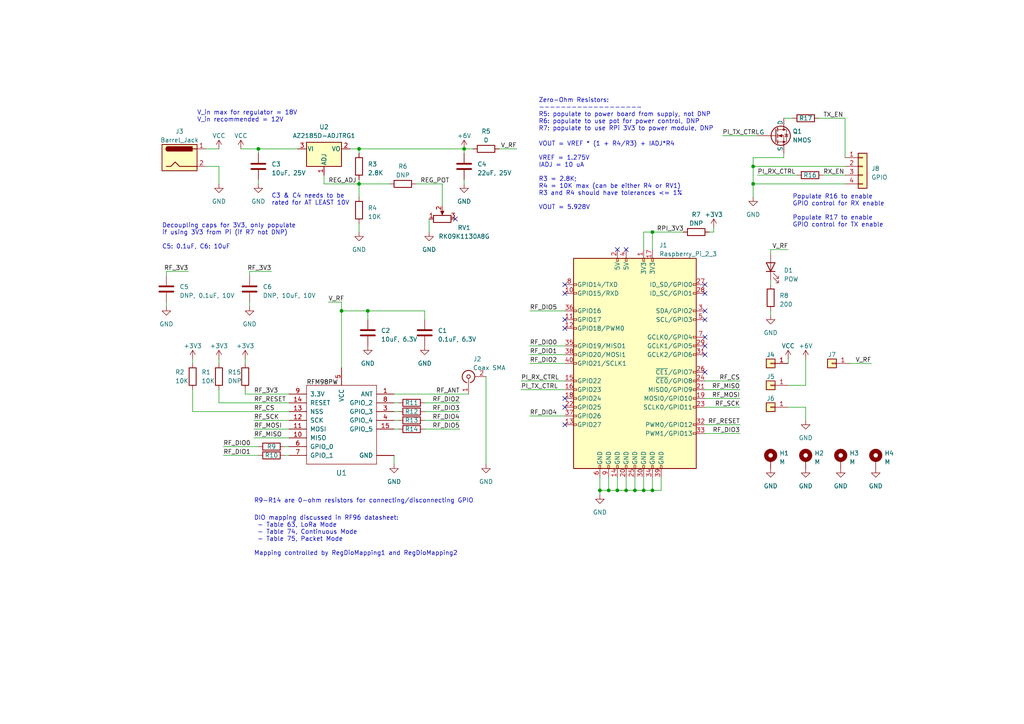
<source format=kicad_sch>
(kicad_sch (version 20230121) (generator eeschema)
  (paper "A4")
  (title_block (title "Argus-1 Ground Station") (date "2023-11-10") (rev "v1.1") (company "LICENSE: CC BY 4.0") (comment 1 "Carnegie Mellon University") (comment 2 "Author: Akshat Sahay") (comment 3 "Comms-Ops Team") (comment 4 "CMU Spacecraft Design-Build-Fly 2023"))
  (lib_symbols
    (symbol "Connector:Barrel_Jack" (pin_names (offset 1.016))
      (property "Reference" "J" (at 0 5.334 0))
      (property "Value" "Barrel_Jack" (at 0 -5.08 0))
      (symbol "Barrel_Jack_0_1"
        (rectangle (start -5.08 3.81) (end 5.08 -3.81) (stroke (width 0.254)) (fill (type background)))
        (arc (start -3.302 3.175) (mid -3.9343 2.54) (end -3.302 1.905) (stroke (width 0.254)))
        (arc (start -3.302 3.175) (mid -3.9343 2.54) (end -3.302 1.905) (stroke (width 0.254)) (fill (type outline)))
        (polyline (pts (xy 5.08 2.54) (xy 3.81 2.54)) (stroke (width 0.254)))
        (polyline (pts (xy -3.81 -2.54) (xy -2.54 -2.54) (xy -1.27 -1.27) (xy 0 -2.54) (xy 2.54 -2.54) (xy 5.08 -2.54)) (stroke (width 0.254)))
        (rectangle (start 3.683 3.175) (end -3.302 1.905) (stroke (width 0.254)) (fill (type outline)))
      )
      (symbol "Barrel_Jack_1_1"
        (pin passive line (at 7.62 2.54 180) (length 2.54) (name "~") (number "1"))
        (pin passive line (at 7.62 -2.54 180) (length 2.54) (name "~") (number "2"))
      )
    )
    (symbol "Connector:Raspberry_Pi_2_3" (pin_names (offset 1.016))
      (property "Reference" "J" (at -17.78 31.75 0))
      (property "Value" "Raspberry_Pi_2_3" (at 10.16 -31.75 0))
      (symbol "Raspberry_Pi_2_3_0_1"
        (rectangle (start -17.78 30.48) (end 17.78 -30.48) (stroke (width 0.254)) (fill (type background)))
      )
      (symbol "Raspberry_Pi_2_3_1_1"
        (rectangle (start -16.891 -17.526) (end -17.78 -18.034))
        (rectangle (start -16.891 -14.986) (end -17.78 -15.494))
        (rectangle (start -16.891 -12.446) (end -17.78 -12.954))
        (rectangle (start -16.891 -9.906) (end -17.78 -10.414))
        (rectangle (start -16.891 -7.366) (end -17.78 -7.874))
        (rectangle (start -16.891 -4.826) (end -17.78 -5.334))
        (rectangle (start -16.891 0.254) (end -17.78 -0.254))
        (rectangle (start -16.891 2.794) (end -17.78 2.286))
        (rectangle (start -16.891 5.334) (end -17.78 4.826))
        (rectangle (start -16.891 10.414) (end -17.78 9.906))
        (rectangle (start -16.891 12.954) (end -17.78 12.446))
        (rectangle (start -16.891 15.494) (end -17.78 14.986))
        (rectangle (start -16.891 20.574) (end -17.78 20.066))
        (rectangle (start -16.891 23.114) (end -17.78 22.606))
        (rectangle (start -10.414 -29.591) (end -9.906 -30.48))
        (rectangle (start -7.874 -29.591) (end -7.366 -30.48))
        (rectangle (start -5.334 -29.591) (end -4.826 -30.48))
        (rectangle (start -5.334 30.48) (end -4.826 29.591))
        (rectangle (start -2.794 -29.591) (end -2.286 -30.48))
        (rectangle (start -2.794 30.48) (end -2.286 29.591))
        (rectangle (start -0.254 -29.591) (end 0.254 -30.48))
        (rectangle (start 2.286 -29.591) (end 2.794 -30.48))
        (rectangle (start 2.286 30.48) (end 2.794 29.591))
        (rectangle (start 4.826 -29.591) (end 5.334 -30.48))
        (rectangle (start 4.826 30.48) (end 5.334 29.591))
        (rectangle (start 7.366 -29.591) (end 7.874 -30.48))
        (rectangle (start 17.78 -20.066) (end 16.891 -20.574))
        (rectangle (start 17.78 -17.526) (end 16.891 -18.034))
        (rectangle (start 17.78 -12.446) (end 16.891 -12.954))
        (rectangle (start 17.78 -9.906) (end 16.891 -10.414))
        (rectangle (start 17.78 -7.366) (end 16.891 -7.874))
        (rectangle (start 17.78 -4.826) (end 16.891 -5.334))
        (rectangle (start 17.78 -2.286) (end 16.891 -2.794))
        (rectangle (start 17.78 2.794) (end 16.891 2.286))
        (rectangle (start 17.78 5.334) (end 16.891 4.826))
        (rectangle (start 17.78 7.874) (end 16.891 7.366))
        (rectangle (start 17.78 12.954) (end 16.891 12.446))
        (rectangle (start 17.78 15.494) (end 16.891 14.986))
        (rectangle (start 17.78 20.574) (end 16.891 20.066))
        (rectangle (start 17.78 23.114) (end 16.891 22.606))
        (pin power_in line (at 2.54 33.02 270) (length 2.54) (name "3V3") (number "1"))
        (pin bidirectional line (at -20.32 20.32 0) (length 2.54) (name "GPIO15/RXD") (number "10"))
        (pin bidirectional line (at -20.32 12.7 0) (length 2.54) (name "GPIO17") (number "11"))
        (pin bidirectional line (at -20.32 10.16 0) (length 2.54) (name "GPIO18/PWM0") (number "12"))
        (pin bidirectional line (at -20.32 -17.78 0) (length 2.54) (name "GPIO27") (number "13"))
        (pin power_in line (at -5.08 -33.02 90) (length 2.54) (name "GND") (number "14"))
        (pin bidirectional line (at -20.32 -5.08 0) (length 2.54) (name "GPIO22") (number "15"))
        (pin bidirectional line (at -20.32 -7.62 0) (length 2.54) (name "GPIO23") (number "16"))
        (pin power_in line (at 5.08 33.02 270) (length 2.54) (name "3V3") (number "17"))
        (pin bidirectional line (at -20.32 -10.16 0) (length 2.54) (name "GPIO24") (number "18"))
        (pin bidirectional line (at 20.32 -10.16 180) (length 2.54) (name "MOSI0/GPIO10") (number "19"))
        (pin power_in line (at -5.08 33.02 270) (length 2.54) (name "5V") (number "2"))
        (pin power_in line (at -2.54 -33.02 90) (length 2.54) (name "GND") (number "20"))
        (pin bidirectional line (at 20.32 -7.62 180) (length 2.54) (name "MISO0/GPIO9") (number "21"))
        (pin bidirectional line (at -20.32 -12.7 0) (length 2.54) (name "GPIO25") (number "22"))
        (pin bidirectional line (at 20.32 -12.7 180) (length 2.54) (name "SCLK0/GPIO11") (number "23"))
        (pin bidirectional line (at 20.32 -5.08 180) (length 2.54) (name "~{CE0}/GPIO8") (number "24"))
        (pin power_in line (at 0 -33.02 90) (length 2.54) (name "GND") (number "25"))
        (pin bidirectional line (at 20.32 -2.54 180) (length 2.54) (name "~{CE1}/GPIO7") (number "26"))
        (pin bidirectional line (at 20.32 22.86 180) (length 2.54) (name "ID_SD/GPIO0") (number "27"))
        (pin bidirectional line (at 20.32 20.32 180) (length 2.54) (name "ID_SC/GPIO1") (number "28"))
        (pin bidirectional line (at 20.32 5.08 180) (length 2.54) (name "GCLK1/GPIO5") (number "29"))
        (pin bidirectional line (at 20.32 15.24 180) (length 2.54) (name "SDA/GPIO2") (number "3"))
        (pin power_in line (at 2.54 -33.02 90) (length 2.54) (name "GND") (number "30"))
        (pin bidirectional line (at 20.32 2.54 180) (length 2.54) (name "GCLK2/GPIO6") (number "31"))
        (pin bidirectional line (at 20.32 -17.78 180) (length 2.54) (name "PWM0/GPIO12") (number "32"))
        (pin bidirectional line (at 20.32 -20.32 180) (length 2.54) (name "PWM1/GPIO13") (number "33"))
        (pin power_in line (at 5.08 -33.02 90) (length 2.54) (name "GND") (number "34"))
        (pin bidirectional line (at -20.32 5.08 0) (length 2.54) (name "GPIO19/MISO1") (number "35"))
        (pin bidirectional line (at -20.32 15.24 0) (length 2.54) (name "GPIO16") (number "36"))
        (pin bidirectional line (at -20.32 -15.24 0) (length 2.54) (name "GPIO26") (number "37"))
        (pin bidirectional line (at -20.32 2.54 0) (length 2.54) (name "GPIO20/MOSI1") (number "38"))
        (pin power_in line (at 7.62 -33.02 90) (length 2.54) (name "GND") (number "39"))
        (pin power_in line (at -2.54 33.02 270) (length 2.54) (name "5V") (number "4"))
        (pin bidirectional line (at -20.32 0 0) (length 2.54) (name "GPIO21/SCLK1") (number "40"))
        (pin bidirectional line (at 20.32 12.7 180) (length 2.54) (name "SCL/GPIO3") (number "5"))
        (pin power_in line (at -10.16 -33.02 90) (length 2.54) (name "GND") (number "6"))
        (pin bidirectional line (at 20.32 7.62 180) (length 2.54) (name "GCLK0/GPIO4") (number "7"))
        (pin bidirectional line (at -20.32 22.86 0) (length 2.54) (name "GPIO14/TXD") (number "8"))
        (pin power_in line (at -7.62 -33.02 90) (length 2.54) (name "GND") (number "9"))
      )
    )
    (symbol "Connector_Generic:Conn_01x01" (pin_names (offset 1.016) hide)
      (property "Reference" "J" (at 0 2.54 0))
      (property "Value" "Conn_01x01" (at 0 -2.54 0))
      (symbol "Conn_01x01_1_1"
        (rectangle (start -1.27 0.127) (end 0 -0.127) (stroke (width 0.1524)))
        (rectangle (start -1.27 1.27) (end 1.27 -1.27) (stroke (width 0.254)) (fill (type background)))
        (pin passive line (at -5.08 0 0) (length 3.81) (name "Pin_1") (number "1"))
      )
    )
    (symbol "Connector_Generic:Conn_01x04" (pin_names (offset 1.016) hide)
      (property "Reference" "J" (at 0 5.08 0))
      (property "Value" "Conn_01x04" (at 0 -7.62 0))
      (symbol "Conn_01x04_1_1"
        (rectangle (start -1.27 -4.953) (end 0 -5.207) (stroke (width 0.1524)))
        (rectangle (start -1.27 -2.413) (end 0 -2.667) (stroke (width 0.1524)))
        (rectangle (start -1.27 0.127) (end 0 -0.127) (stroke (width 0.1524)))
        (rectangle (start -1.27 2.667) (end 0 2.413) (stroke (width 0.1524)))
        (rectangle (start -1.27 3.81) (end 1.27 -6.35) (stroke (width 0.254)) (fill (type background)))
        (pin passive line (at -5.08 2.54 0) (length 3.81) (name "Pin_1") (number "1"))
        (pin passive line (at -5.08 0 0) (length 3.81) (name "Pin_2") (number "2"))
        (pin passive line (at -5.08 -2.54 0) (length 3.81) (name "Pin_3") (number "3"))
        (pin passive line (at -5.08 -5.08 0) (length 3.81) (name "Pin_4") (number "4"))
      )
    )
    (symbol "Device:C" (pin_numbers hide) (pin_names (offset 0.254))
      (property "Reference" "C" (at 0.635 2.54 0))
      (property "Value" "C" (at 0.635 -2.54 0))
      (symbol "C_0_1"
        (polyline (pts (xy -2.032 -0.762) (xy 2.032 -0.762)) (stroke (width 0.508)))
        (polyline (pts (xy -2.032 0.762) (xy 2.032 0.762)) (stroke (width 0.508)))
      )
      (symbol "C_1_1"
        (pin passive line (at 0 3.81 270) (length 2.794) (name "~") (number "1"))
        (pin passive line (at 0 -3.81 90) (length 2.794) (name "~") (number "2"))
      )
    )
    (symbol "Device:LED" (pin_numbers hide) (pin_names (offset 1.016) hide)
      (property "Reference" "D" (at 0 2.54 0))
      (property "Value" "LED" (at 0 -2.54 0))
      (symbol "LED_0_1"
        (polyline (pts (xy -1.27 -1.27) (xy -1.27 1.27)) (stroke (width 0.254)))
        (polyline (pts (xy -1.27 0) (xy 1.27 0)))
        (polyline (pts (xy 1.27 -1.27) (xy 1.27 1.27) (xy -1.27 0) (xy 1.27 -1.27)) (stroke (width 0.254)))
        (polyline (pts (xy -3.048 -0.762) (xy -4.572 -2.286) (xy -3.81 -2.286) (xy -4.572 -2.286) (xy -4.572 -1.524)))
        (polyline (pts (xy -1.778 -0.762) (xy -3.302 -2.286) (xy -2.54 -2.286) (xy -3.302 -2.286) (xy -3.302 -1.524)))
      )
      (symbol "LED_1_1"
        (pin passive line (at -3.81 0 0) (length 2.54) (name "K") (number "1"))
        (pin passive line (at 3.81 0 180) (length 2.54) (name "A") (number "2"))
      )
    )
    (symbol "Device:R" (pin_numbers hide) (pin_names (offset 0))
      (property "Reference" "R" (at 2.032 0 90))
      (property "Value" "R" (at 0 0 90))
      (symbol "R_0_1"
        (rectangle (start -1.016 -2.54) (end 1.016 2.54) (stroke (width 0.254)))
      )
      (symbol "R_1_1"
        (pin passive line (at 0 3.81 270) (length 1.27) (name "~") (number "1"))
        (pin passive line (at 0 -3.81 90) (length 1.27) (name "~") (number "2"))
      )
    )
    (symbol "Device:R_Potentiometer" (pin_names (offset 1.016) hide)
      (property "Reference" "RV" (at -4.445 0 90))
      (property "Value" "R_Potentiometer" (at -2.54 0 90))
      (symbol "R_Potentiometer_0_1"
        (polyline (pts (xy 2.54 0) (xy 1.524 0)))
        (polyline (pts (xy 1.143 0) (xy 2.286 0.508) (xy 2.286 -0.508) (xy 1.143 0)) (fill (type outline)))
        (rectangle (start 1.016 2.54) (end -1.016 -2.54) (stroke (width 0.254)))
      )
      (symbol "R_Potentiometer_1_1"
        (pin passive line (at 0 3.81 270) (length 1.27) (name "1") (number "1"))
        (pin passive line (at 3.81 0 180) (length 1.27) (name "2") (number "2"))
        (pin passive line (at 0 -3.81 90) (length 1.27) (name "3") (number "3"))
      )
    )
    (symbol "Mainboard:Connector_Conn_Coaxial" (pin_names (offset 1.016) hide)
      (property "Reference" "J" (at 0.254 3.048 0))
      (property "Value" "Connector_Conn_Coaxial" (at 2.921 0 90))
      (symbol "Connector_Conn_Coaxial_0_1"
        (arc (start -1.778 -0.508) (mid 0.2311 -1.8066) (end 1.778 0) (stroke (width 0.254)))
        (polyline (pts (xy -2.54 0) (xy -0.508 0)))
        (polyline (pts (xy 0 -2.54) (xy 0 -1.778)))
        (circle (center 0 0) (radius 0.508) (stroke (width 0.2032)))
        (arc (start 1.778 0) (mid 0.2099 1.8101) (end -1.778 0.508) (stroke (width 0.254)))
      )
      (symbol "Connector_Conn_Coaxial_1_1"
        (pin passive line (at -5.08 0 0) (length 2.54) (name "In") (number "1"))
        (pin passive line (at 0 -5.08 90) (length 2.54) (name "Ext") (number "2"))
      )
    )
    (symbol "Mechanical:MountingHole_Pad" (pin_numbers hide) (pin_names (offset 1.016) hide)
      (property "Reference" "H" (at 0 6.35 0))
      (property "Value" "MountingHole_Pad" (at 0 4.445 0))
      (symbol "MountingHole_Pad_0_1"
        (circle (center 0 1.27) (radius 1.27) (stroke (width 1.27)))
      )
      (symbol "MountingHole_Pad_1_1"
        (pin input line (at 0 -2.54 90) (length 2.54) (name "1") (number "1"))
      )
    )
    (symbol "RF_Module_HOPERF:RFM98PW" (pin_names (offset 1.016))
      (property "Reference" "U" (at -7.62 10.16 0))
      (symbol "RFM98PW_0_0"
        (pin bidirectional line (at 17.78 -10.16 180) (length 5.08) hide (name "GND") (number "17"))
        (pin bidirectional line (at 2.54 15.24 270) (length 5.08) (name "VCC") (number "5"))
      )
      (symbol "RFM98PW_1_0"
        (polyline (pts (xy -7.62 -12.7) (xy -7.62 10.16)))
        (polyline (pts (xy -7.62 10.16) (xy 12.7 10.16)))
        (polyline (pts (xy 12.7 -12.7) (xy -7.62 -12.7)))
        (polyline (pts (xy 12.7 10.16) (xy 12.7 -12.7)))
        (pin bidirectional line (at 17.78 7.62 180) (length 5.08) (name "ANT") (number "1"))
        (pin bidirectional line (at -12.7 -5.08 0) (length 5.08) (name "MISO") (number "10"))
        (pin bidirectional line (at -12.7 -2.54 0) (length 5.08) (name "MOSI") (number "11"))
        (pin bidirectional line (at -12.7 0 0) (length 5.08) (name "SCK") (number "12"))
        (pin bidirectional line (at -12.7 2.54 0) (length 5.08) (name "NSS") (number "13"))
        (pin bidirectional line (at -12.7 5.08 0) (length 5.08) (name "RESET") (number "14"))
        (pin bidirectional line (at 17.78 -2.54 180) (length 5.08) (name "GPIO_5") (number "15"))
        (pin bidirectional line (at 17.78 -10.16 180) (length 5.08) (name "GND") (number "16"))
        (pin bidirectional line (at 17.78 -10.16 180) (length 5.08) (name "GND") (number "2"))
        (pin bidirectional line (at 17.78 2.54 180) (length 5.08) (name "GPIO_3") (number "3"))
        (pin bidirectional line (at 17.78 0 180) (length 5.08) (name "GPIO_4") (number "4"))
        (pin bidirectional line (at -12.7 -7.62 0) (length 5.08) (name "GPIO_0") (number "6"))
        (pin bidirectional line (at -12.7 -10.16 0) (length 5.08) (name "GPIO_1") (number "7"))
        (pin bidirectional line (at 17.78 5.08 180) (length 5.08) (name "GPIO_2") (number "8"))
        (pin power_in line (at -12.7 7.62 0) (length 5.08) (name "3.3V") (number "9"))
      )
    )
    (symbol "Regulator_Linear:LM317_TO-252" (pin_names (offset 0.254))
      (property "Reference" "U" (at -3.81 3.175 0))
      (property "Value" "LM317_TO-252" (at 0 3.175 0))
      (symbol "LM317_TO-252_0_1"
        (rectangle (start -5.08 1.905) (end 5.08 -5.08) (stroke (width 0.254)) (fill (type background)))
      )
      (symbol "LM317_TO-252_1_1"
        (pin input line (at 0 -7.62 90) (length 2.54) (name "ADJ") (number "1"))
        (pin power_out line (at 7.62 0 180) (length 2.54) (name "VO") (number "2"))
        (pin power_in line (at -7.62 0 0) (length 2.54) (name "VI") (number "3"))
      )
    )
    (symbol "Simulation_SPICE:NMOS" (pin_numbers hide) (pin_names (offset 0))
      (property "Reference" "Q" (at 5.08 1.27 0))
      (property "Value" "NMOS" (at 5.08 -1.27 0))
      (symbol "NMOS_0_1"
        (polyline (pts (xy 0.254 0) (xy -2.54 0)))
        (polyline (pts (xy 0.254 1.905) (xy 0.254 -1.905)) (stroke (width 0.254)))
        (polyline (pts (xy 0.762 -1.27) (xy 0.762 -2.286)) (stroke (width 0.254)))
        (polyline (pts (xy 0.762 0.508) (xy 0.762 -0.508)) (stroke (width 0.254)))
        (polyline (pts (xy 0.762 2.286) (xy 0.762 1.27)) (stroke (width 0.254)))
        (polyline (pts (xy 2.54 2.54) (xy 2.54 1.778)))
        (polyline (pts (xy 2.54 -2.54) (xy 2.54 0) (xy 0.762 0)))
        (polyline (pts (xy 0.762 -1.778) (xy 3.302 -1.778) (xy 3.302 1.778) (xy 0.762 1.778)))
        (polyline (pts (xy 1.016 0) (xy 2.032 0.381) (xy 2.032 -0.381) (xy 1.016 0)) (fill (type outline)))
        (polyline (pts (xy 2.794 0.508) (xy 2.921 0.381) (xy 3.683 0.381) (xy 3.81 0.254)))
        (polyline (pts (xy 3.302 0.381) (xy 2.921 -0.254) (xy 3.683 -0.254) (xy 3.302 0.381)))
        (circle (center 1.651 0) (radius 2.794) (stroke (width 0.254)))
        (circle (center 2.54 -1.778) (radius 0.254) (fill (type outline)))
        (circle (center 2.54 1.778) (radius 0.254) (fill (type outline)))
      )
      (symbol "NMOS_1_1"
        (pin passive line (at 2.54 5.08 270) (length 2.54) (name "D") (number "1"))
        (pin input line (at -5.08 0 0) (length 2.54) (name "G") (number "2"))
        (pin passive line (at 2.54 -5.08 90) (length 2.54) (name "S") (number "3"))
      )
    )
    (symbol "power:+3V3" (power) (pin_names (offset 0))
      (property "Value" "+3V3" (at 0 3.556 0))
      (symbol "+3V3_0_1"
        (polyline (pts (xy -0.762 1.27) (xy 0 2.54)))
        (polyline (pts (xy 0 0) (xy 0 2.54)))
        (polyline (pts (xy 0 2.54) (xy 0.762 1.27)))
      )
      (symbol "+3V3_1_1"
        (pin power_in line (at 0 0 90) (length 0) hide (name "+3V3") (number "1"))
      )
    )
    (symbol "power:+6V" (power) (pin_names (offset 0))
      (property "Value" "+6V" (at 0 3.556 0))
      (symbol "+6V_0_1"
        (polyline (pts (xy -0.762 1.27) (xy 0 2.54)))
        (polyline (pts (xy 0 0) (xy 0 2.54)))
        (polyline (pts (xy 0 2.54) (xy 0.762 1.27)))
      )
      (symbol "+6V_1_1"
        (pin power_in line (at 0 0 90) (length 0) hide (name "+6V") (number "1"))
      )
    )
    (symbol "power:GND" (power) (pin_names (offset 0))
      (property "Value" "GND" (at 0 -3.81 0))
      (symbol "GND_0_1"
        (polyline (pts (xy 0 0) (xy 0 -1.27) (xy 1.27 -1.27) (xy 0 -2.54) (xy -1.27 -1.27) (xy 0 -1.27)))
      )
      (symbol "GND_1_1"
        (pin power_in line (at 0 0 270) (length 0) hide (name "GND") (number "1"))
      )
    )
    (symbol "power:VCC" (power) (pin_names (offset 0))
      (property "Value" "VCC" (at 0 3.81 0))
      (symbol "VCC_0_1"
        (polyline (pts (xy -0.762 1.27) (xy 0 2.54)))
        (polyline (pts (xy 0 0) (xy 0 2.54)))
        (polyline (pts (xy 0 2.54) (xy 0.762 1.27)))
      )
      (symbol "VCC_1_1"
        (pin power_in line (at 0 0 90) (length 0) hide (name "VCC") (number "1"))
      )
    )
  )
  (junction (at 176.53 142.24))
  (junction (at 218.44 53.34))
  (junction (at 189.23 67.31))
  (junction (at 186.69 142.24))
  (junction (at 106.68 90.17))
  (junction (at 134.62 43.18))
  (junction (at 189.23 142.24))
  (junction (at 218.44 48.26))
  (junction (at 184.15 142.24))
  (junction (at 179.07 142.24))
  (junction (at 181.61 142.24))
  (junction (at 173.99 142.24))
  (junction (at 104.14 43.18))
  (junction (at 74.93 43.18))
  (junction (at 99.06 90.17))
  (junction (at 104.14 53.34))
  (no_connect (at 204.47 90.17))
  (no_connect (at 132.08 63.5))
  (no_connect (at 204.47 82.55))
  (no_connect (at 163.83 115.57))
  (no_connect (at 179.07 72.39))
  (no_connect (at 163.83 118.11))
  (no_connect (at 204.47 100.33))
  (no_connect (at 204.47 92.71))
  (no_connect (at 204.47 102.87))
  (no_connect (at 204.47 107.95))
  (no_connect (at 163.83 123.19))
  (no_connect (at 204.47 85.09))
  (no_connect (at 163.83 85.09))
  (no_connect (at 163.83 82.55))
  (no_connect (at 163.83 95.25))
  (no_connect (at 163.83 92.71))
  (no_connect (at 204.47 97.79))
  (no_connect (at 181.61 72.39))
  (wire (pts (xy 189.23 67.31) (xy 189.23 72.39)))
  (wire (pts (xy 82.55 132.08) (xy 83.82 132.08)))
  (wire (pts (xy 64.77 132.08) (xy 74.93 132.08)))
  (wire (pts (xy 114.3 116.84) (xy 115.57 116.84)))
  (wire (pts (xy 151.13 113.03) (xy 163.83 113.03)))
  (wire (pts (xy 55.88 104.14) (xy 55.88 105.41)))
  (wire (pts (xy 223.52 81.28) (xy 223.52 82.55)))
  (wire (pts (xy 128.27 53.34) (xy 128.27 59.69)))
  (wire (pts (xy 207.01 66.04) (xy 207.01 67.31)))
  (wire (pts (xy 114.3 114.3) (xy 135.89 114.3)))
  (wire (pts (xy 104.14 43.18) (xy 104.14 44.45)))
  (wire (pts (xy 238.76 50.8) (xy 245.11 50.8)))
  (wire (pts (xy 144.78 43.18) (xy 149.86 43.18)))
  (wire (pts (xy 218.44 48.26) (xy 245.11 48.26)))
  (wire (pts (xy 74.93 52.07) (xy 74.93 53.34)))
  (wire (pts (xy 55.88 113.03) (xy 55.88 119.38)))
  (wire (pts (xy 153.67 120.65) (xy 163.83 120.65)))
  (wire (pts (xy 106.68 90.17) (xy 123.19 90.17)))
  (wire (pts (xy 204.47 113.03) (xy 214.63 113.03)))
  (wire (pts (xy 74.93 43.18) (xy 86.36 43.18)))
  (wire (pts (xy 123.19 116.84) (xy 133.35 116.84)))
  (wire (pts (xy 63.5 116.84) (xy 83.82 116.84)))
  (wire (pts (xy 219.71 50.8) (xy 231.14 50.8)))
  (wire (pts (xy 63.5 48.26) (xy 63.5 53.34)))
  (wire (pts (xy 104.14 52.07) (xy 104.14 53.34)))
  (wire (pts (xy 189.23 67.31) (xy 198.12 67.31)))
  (wire (pts (xy 55.88 119.38) (xy 83.82 119.38)))
  (wire (pts (xy 64.77 129.54) (xy 74.93 129.54)))
  (wire (pts (xy 204.47 125.73) (xy 214.63 125.73)))
  (wire (pts (xy 186.69 138.43) (xy 186.69 142.24)))
  (wire (pts (xy 73.66 121.92) (xy 83.82 121.92)))
  (wire (pts (xy 223.52 72.39) (xy 228.6 72.39)))
  (wire (pts (xy 72.39 78.74) (xy 78.74 78.74)))
  (wire (pts (xy 186.69 142.24) (xy 189.23 142.24)))
  (wire (pts (xy 186.69 67.31) (xy 189.23 67.31)))
  (wire (pts (xy 218.44 53.34) (xy 218.44 57.15)))
  (wire (pts (xy 204.47 110.49) (xy 214.63 110.49)))
  (wire (pts (xy 63.5 104.14) (xy 63.5 105.41)))
  (wire (pts (xy 153.67 105.41) (xy 163.83 105.41)))
  (wire (pts (xy 106.68 90.17) (xy 106.68 92.71)))
  (wire (pts (xy 233.68 118.11) (xy 233.68 121.92)))
  (wire (pts (xy 104.14 53.34) (xy 113.03 53.34)))
  (wire (pts (xy 227.33 45.72) (xy 218.44 45.72)))
  (wire (pts (xy 227.33 44.45) (xy 227.33 45.72)))
  (wire (pts (xy 189.23 142.24) (xy 191.77 142.24)))
  (wire (pts (xy 72.39 87.63) (xy 72.39 88.9)))
  (wire (pts (xy 73.66 127) (xy 83.82 127)))
  (wire (pts (xy 99.06 87.63) (xy 99.06 90.17)))
  (wire (pts (xy 184.15 142.24) (xy 186.69 142.24)))
  (wire (pts (xy 245.11 45.72) (xy 245.11 34.29)))
  (wire (pts (xy 48.26 87.63) (xy 48.26 88.9)))
  (wire (pts (xy 233.68 104.14) (xy 233.68 111.76)))
  (wire (pts (xy 134.62 43.18) (xy 137.16 43.18)))
  (wire (pts (xy 153.67 102.87) (xy 163.83 102.87)))
  (wire (pts (xy 114.3 132.08) (xy 114.3 134.62)))
  (wire (pts (xy 99.06 90.17) (xy 106.68 90.17)))
  (wire (pts (xy 223.52 90.17) (xy 223.52 91.44)))
  (wire (pts (xy 153.67 100.33) (xy 163.83 100.33)))
  (wire (pts (xy 246.38 105.41) (xy 252.73 105.41)))
  (wire (pts (xy 191.77 142.24) (xy 191.77 138.43)))
  (wire (pts (xy 104.14 43.18) (xy 134.62 43.18)))
  (wire (pts (xy 95.25 87.63) (xy 99.06 87.63)))
  (wire (pts (xy 72.39 80.01) (xy 72.39 78.74)))
  (wire (pts (xy 59.69 48.26) (xy 63.5 48.26)))
  (wire (pts (xy 184.15 138.43) (xy 184.15 142.24)))
  (wire (pts (xy 218.44 53.34) (xy 245.11 53.34)))
  (wire (pts (xy 176.53 142.24) (xy 179.07 142.24)))
  (wire (pts (xy 153.67 90.17) (xy 163.83 90.17)))
  (wire (pts (xy 204.47 115.57) (xy 214.63 115.57)))
  (wire (pts (xy 204.47 118.11) (xy 214.63 118.11)))
  (wire (pts (xy 101.6 43.18) (xy 104.14 43.18)))
  (wire (pts (xy 179.07 142.24) (xy 181.61 142.24)))
  (wire (pts (xy 237.49 34.29) (xy 245.11 34.29)))
  (wire (pts (xy 134.62 52.07) (xy 134.62 53.34)))
  (wire (pts (xy 99.06 90.17) (xy 99.06 106.68)))
  (wire (pts (xy 82.55 129.54) (xy 83.82 129.54)))
  (wire (pts (xy 73.66 124.46) (xy 83.82 124.46)))
  (wire (pts (xy 181.61 142.24) (xy 184.15 142.24)))
  (wire (pts (xy 123.19 90.17) (xy 123.19 92.71)))
  (wire (pts (xy 71.12 113.03) (xy 71.12 114.3)))
  (wire (pts (xy 228.6 118.11) (xy 233.68 118.11)))
  (wire (pts (xy 209.55 39.37) (xy 219.71 39.37)))
  (wire (pts (xy 71.12 104.14) (xy 71.12 105.41)))
  (wire (pts (xy 218.44 48.26) (xy 218.44 53.34)))
  (wire (pts (xy 179.07 138.43) (xy 179.07 142.24)))
  (wire (pts (xy 134.62 43.18) (xy 134.62 44.45)))
  (wire (pts (xy 228.6 104.14) (xy 228.6 105.41)))
  (wire (pts (xy 205.74 67.31) (xy 207.01 67.31)))
  (wire (pts (xy 114.3 119.38) (xy 115.57 119.38)))
  (wire (pts (xy 173.99 142.24) (xy 173.99 143.51)))
  (wire (pts (xy 74.93 43.18) (xy 74.93 44.45)))
  (wire (pts (xy 176.53 138.43) (xy 176.53 142.24)))
  (wire (pts (xy 189.23 138.43) (xy 189.23 142.24)))
  (wire (pts (xy 71.12 114.3) (xy 83.82 114.3)))
  (wire (pts (xy 140.97 109.22) (xy 140.97 134.62)))
  (wire (pts (xy 186.69 72.39) (xy 186.69 67.31)))
  (wire (pts (xy 181.61 138.43) (xy 181.61 142.24)))
  (wire (pts (xy 227.33 34.29) (xy 229.87 34.29)))
  (wire (pts (xy 123.19 119.38) (xy 133.35 119.38)))
  (wire (pts (xy 93.98 53.34) (xy 104.14 53.34)))
  (wire (pts (xy 123.19 121.92) (xy 133.35 121.92)))
  (wire (pts (xy 228.6 111.76) (xy 233.68 111.76)))
  (wire (pts (xy 93.98 53.34) (xy 93.98 50.8)))
  (wire (pts (xy 104.14 53.34) (xy 104.14 57.15)))
  (wire (pts (xy 123.19 124.46) (xy 133.35 124.46)))
  (wire (pts (xy 124.46 63.5) (xy 124.46 67.31)))
  (wire (pts (xy 48.26 78.74) (xy 54.61 78.74)))
  (wire (pts (xy 59.69 43.18) (xy 63.5 43.18)))
  (wire (pts (xy 218.44 45.72) (xy 218.44 48.26)))
  (wire (pts (xy 114.3 124.46) (xy 115.57 124.46)))
  (wire (pts (xy 204.47 123.19) (xy 214.63 123.19)))
  (wire (pts (xy 120.65 53.34) (xy 128.27 53.34)))
  (wire (pts (xy 151.13 110.49) (xy 163.83 110.49)))
  (wire (pts (xy 173.99 142.24) (xy 176.53 142.24)))
  (wire (pts (xy 173.99 138.43) (xy 173.99 142.24)))
  (wire (pts (xy 114.3 121.92) (xy 115.57 121.92)))
  (wire (pts (xy 104.14 64.77) (xy 104.14 67.31)))
  (wire (pts (xy 223.52 72.39) (xy 223.52 73.66)))
  (wire (pts (xy 48.26 80.01) (xy 48.26 78.74)))
  (wire (pts (xy 69.85 43.18) (xy 74.93 43.18)))
  (wire (pts (xy 63.5 113.03) (xy 63.5 116.84)))
  (text "Populate R16 to enable \nGPIO control for RX enable\n\nPopulate R17 to enable \nGPIO control for TX enable" (at 229.87 66.04 0) (effects (font (size 1.27 1.27)) (justify left bottom)))
  (text "Decoupling caps for 3V3, only populate \nif using 3V3 from Pi (if R7 not DNP)\n\nC5: 0.1uF, C6: 10uF" (at 46.99 72.39 0) (effects (font (size 1.27 1.27)) (justify left bottom)))
  (text "DIO mapping discussed in RF96 datasheet:\n - Table 63, LoRa Mode\n - Table 74, Continuous Mode\n - Table 75, Packet Mode\n\nMapping controlled by RegDioMapping1 and RegDioMapping2" (at 73.66 161.29 0) (effects (font (size 1.27 1.27)) (justify left bottom)))
  (text "Zero-Ohm Resistors:\n-------------------\nR5: populate to power board from supply, not DNP\nR6: populate to use pot for power control, DNP\nR7: populate to use RPi 3V3 to power module, DNP" (at 156.21 38.1 0) (effects (font (size 1.27 1.27)) (justify left bottom)))
  (text "V_in max for regulator = 18V\nV_in recommended = 12V" (at 57.15 35.56 0) (effects (font (size 1.27 1.27)) (justify left bottom)))
  (text "RFM98PW" (at 88.9 111.76 0) (effects (font (size 1.27 1.27)) (justify left bottom)))
  (text "R9-R14 are 0-ohm resistors for connecting/disconnecting GPIO" (at 73.66 146.05 0) (effects (font (size 1.27 1.27)) (justify left bottom)))
  (text "C3 & C4 needs to be \nrated for AT LEAST 10V" (at 78.74 59.69 0) (effects (font (size 1.27 1.27)) (justify left bottom)))
  (text "VOUT = VREF * (1 + R4/R3) + IADJ*R4\n\nVREF = 1.275V\nIADJ = 10 uA\n\nR3 = 2.8K; \nR4 = 10K max (can be either R4 or RV1)\nR3 and R4 should have tolerances <= 1%\n\nVOUT = 5.928V" (at 156.21 60.96 0) (effects (font (size 1.27 1.27)) (justify left bottom)))
  (label "TX_EN" (at 238.76 34.29 0))
  (label "PI_TX_CTRL" (at 209.55 39.37 0))
  (label "V_RF" (at 95.25 87.63 0))
  (label "PI_RX_CTRL" (at 151.13 110.49 0))
  (label "V_RF" (at 149.86 43.18 180))
  (label "RX_EN" (at 238.76 50.8 0))
  (label "RF_RESET" (at 214.63 123.19 180))
  (label "RF_DIO5" (at 133.35 124.46 180))
  (label "RF_DIO0" (at 153.67 100.33 0))
  (label "RPI_3V3" (at 190.5 67.31 0))
  (label "RF_SCK" (at 73.66 121.92 0))
  (label "RF_MISO" (at 214.63 113.03 180))
  (label "RF_SCK" (at 214.63 118.11 180))
  (label "REG_ADJ" (at 95.25 53.34 0))
  (label "RF_DIO2" (at 153.67 105.41 0))
  (label "RF_MISO" (at 73.66 127 0))
  (label "RF_CS" (at 214.63 110.49 180))
  (label "RF_CS" (at 73.66 119.38 0))
  (label "RF_DIO3" (at 214.63 125.73 180))
  (label "RF_3V3" (at 78.74 78.74 180))
  (label "RF_DIO4" (at 153.67 120.65 0))
  (label "RF_DIO1" (at 64.77 132.08 0))
  (label "V_RF" (at 252.73 105.41 180))
  (label "RF_DIO3" (at 133.35 119.38 180))
  (label "RF_DIO5" (at 153.67 90.17 0))
  (label "RF_MOSI" (at 214.63 115.57 180))
  (label "RF_DIO1" (at 153.67 102.87 0))
  (label "RF_DIO4" (at 133.35 121.92 180))
  (label "RF_3V3" (at 54.61 78.74 180))
  (label "RF_ANT" (at 133.35 114.3 180))
  (label "RF_RESET" (at 73.66 116.84 0))
  (label "REG_POT" (at 121.92 53.34 0))
  (label "PI_RX_CTRL" (at 219.71 50.8 0))
  (label "PI_TX_CTRL" (at 151.13 113.03 0))
  (label "RF_3V3" (at 73.66 114.3 0))
  (label "RF_DIO2" (at 133.35 116.84 180))
  (label "RF_MOSI" (at 73.66 124.46 0))
  (label "V_RF" (at 228.6 72.39 180))
  (label "RF_DIO0" (at 64.77 129.54 0))
  (symbol (lib_id "power:GND") (at 106.68 100.33 0) (unit 1)
    (property "Reference" "#PWR09" (effects hide))
    (property "Value" "GND" (at 106.68 105.41 0))
  )
  (symbol (lib_id "power:GND") (at 173.99 143.51 0) (unit 1)
    (property "Reference" "#PWR05" (effects hide))
    (property "Value" "GND" (at 173.99 148.59 0))
  )
  (symbol (lib_id "power:GND") (at 48.26 88.9 0) (unit 1)
    (property "Reference" "#PWR023" (effects hide))
    (property "Value" "GND" (at 48.26 93.98 0))
  )
  (symbol (lib_id "Device:R") (at 234.95 50.8 90) (unit 1)
    (property "Reference" "R16" (at 234.95 50.8 90))
    (property "Value" "DNP" (effects hide))
    (property "Footprint" "Resistor_SMD:R_0805_2012Metric_Pad1.20x1.40mm_HandSolder" (effects hide))
  )
  (symbol (lib_id "power:+3V3") (at 63.5 104.14 0) (unit 1)
    (property "Reference" "#PWR01" (effects hide))
    (property "Value" "+3V3" (at 63.5 100.33 0))
  )
  (symbol (lib_id "power:VCC") (at 63.5 43.18 0) (unit 1)
    (property "Reference" "#PWR04" (effects hide))
    (property "Value" "VCC" (at 63.5 39.37 0))
  )
  (symbol (lib_id "Device:C") (at 74.93 48.26 0) (unit 1)
    (property "Reference" "C3" (at 78.74 47.625 0) (effects (justify left)))
    (property "Value" "10uF, 25V" (at 78.74 50.165 0) (effects (justify left)))
    (property "Footprint" "Capacitor_SMD:C_0805_2012Metric_Pad1.18x1.45mm_HandSolder" (effects hide))
  )
  (symbol (lib_id "power:GND") (at 74.93 53.34 0) (unit 1)
    (property "Reference" "#PWR012" (effects hide))
    (property "Value" "GND" (at 74.93 58.42 0))
  )
  (symbol (lib_id "Device:R") (at 63.5 109.22 180) (unit 1)
    (property "Reference" "R1" (at 58.42 107.95 0) (effects (justify right)))
    (property "Value" "10K" (at 58.42 110.49 0) (effects (justify right)))
    (property "Footprint" "Resistor_SMD:R_0805_2012Metric_Pad1.20x1.40mm_HandSolder" (effects hide))
  )
  (symbol (lib_id "Device:C") (at 48.26 83.82 0) (unit 1)
    (property "Reference" "C5" (at 52.07 83.185 0) (effects (justify left)))
    (property "Value" "DNP, 0.1uF, 10V" (at 52.07 85.725 0) (effects (justify left)))
    (property "Footprint" "Capacitor_SMD:C_0603_1608Metric_Pad1.08x0.95mm_HandSolder" (effects hide))
  )
  (symbol (lib_id "power:GND") (at 254 135.89 0) (unit 1)
    (property "Reference" "#PWR029" (effects hide))
    (property "Value" "GND" (at 254 140.97 0))
  )
  (symbol (lib_id "Device:R") (at 55.88 109.22 180) (unit 1)
    (property "Reference" "R2" (at 50.8 107.95 0) (effects (justify right)))
    (property "Value" "10K" (at 50.8 110.49 0) (effects (justify right)))
    (property "Footprint" "Resistor_SMD:R_0805_2012Metric_Pad1.20x1.40mm_HandSolder" (effects hide))
  )
  (symbol (lib_id "power:+3V3") (at 55.88 104.14 0) (unit 1)
    (property "Reference" "#PWR08" (effects hide))
    (property "Value" "+3V3" (at 55.88 100.33 0))
  )
  (symbol (lib_id "power:GND") (at 134.62 53.34 0) (unit 1)
    (property "Reference" "#PWR014" (effects hide))
    (property "Value" "GND" (at 134.62 58.42 0))
  )
  (symbol (lib_id "power:GND") (at 63.5 53.34 0) (unit 1)
    (property "Reference" "#PWR011" (effects hide))
    (property "Value" "GND" (at 63.5 58.42 0))
  )
  (symbol (lib_id "Connector_Generic:Conn_01x01") (at 241.3 105.41 180) (unit 1)
    (property "Reference" "J7" (at 241.3 102.87 0))
    (property "Value" "V_RF" (effects hide))
    (property "Footprint" "TestPoint:TestPoint_Loop_D2.50mm_Drill1.0mm" (effects hide))
  )
  (symbol (lib_id "Device:R_Potentiometer") (at 128.27 63.5 90) (unit 1)
    (property "Reference" "RV1" (at 134.62 66.04 90))
    (property "Value" "RK09K1130A8G" (at 134.62 68.58 90))
    (property "Footprint" "Potentiometer_THT:Potentiometer_Alps_RK09K_Single_Vertical" (effects hide))
  )
  (symbol (lib_id "power:VCC") (at 228.6 104.14 0) (unit 1)
    (property "Reference" "#PWR018" (effects hide))
    (property "Value" "VCC" (at 228.6 100.33 0))
  )
  (symbol (lib_id "power:GND") (at 104.14 67.31 0) (unit 1)
    (property "Reference" "#PWR022" (effects hide))
    (property "Value" "GND" (at 104.14 72.39 0))
  )
  (symbol (lib_id "Device:C") (at 106.68 96.52 0) (unit 1)
    (property "Reference" "C2" (at 110.49 95.885 0) (effects (justify left)))
    (property "Value" "10uF, 6.3V" (at 110.49 98.425 0) (effects (justify left)))
    (property "Footprint" "Capacitor_SMD:C_0603_1608Metric_Pad1.08x0.95mm_HandSolder" (effects hide))
  )
  (symbol (lib_id "power:GND") (at 114.3 134.62 0) (unit 1)
    (property "Reference" "#PWR03" (effects hide))
    (property "Value" "GND" (at 114.3 139.7 0))
  )
  (symbol (lib_id "power:+6V") (at 134.62 43.18 0) (unit 1)
    (property "Reference" "#PWR015" (effects hide))
    (property "Value" "+6V" (at 134.62 39.37 0))
  )
  (symbol (lib_id "Device:C") (at 134.62 48.26 0) (unit 1)
    (property "Reference" "C4" (at 138.43 47.625 0) (effects (justify left)))
    (property "Value" "22uF, 25V" (at 138.43 50.165 0) (effects (justify left)))
    (property "Footprint" "Capacitor_SMD:C_0805_2012Metric_Pad1.18x1.45mm_HandSolder" (effects hide))
  )
  (symbol (lib_id "power:GND") (at 223.52 91.44 0) (unit 1)
    (property "Reference" "#PWR028" (effects hide))
    (property "Value" "GND" (at 223.52 96.52 0))
  )
  (symbol (lib_id "Device:R") (at 119.38 119.38 90) (unit 1)
    (property "Reference" "R12" (at 119.38 119.38 90))
    (property "Value" "0" (effects hide))
    (property "Footprint" "Resistor_SMD:R_0805_2012Metric_Pad1.20x1.40mm_HandSolder" (effects hide))
  )
  (symbol (lib_id "Device:R") (at 78.74 132.08 270) (unit 1)
    (property "Reference" "R10" (at 78.74 132.08 90))
    (property "Value" "0" (effects hide))
    (property "Footprint" "Resistor_SMD:R_0805_2012Metric_Pad1.20x1.40mm_HandSolder" (effects hide))
  )
  (symbol (lib_id "Device:R") (at 223.52 86.36 180) (unit 1)
    (property "Reference" "R8" (at 226.06 85.725 0) (effects (justify right)))
    (property "Value" "200" (at 226.06 88.265 0) (effects (justify right)))
    (property "Footprint" "Resistor_SMD:R_0805_2012Metric_Pad1.20x1.40mm_HandSolder" (effects hide))
  )
  (symbol (lib_id "power:+3V3") (at 71.12 104.14 0) (unit 1)
    (property "Reference" "#PWR07" (effects hide))
    (property "Value" "+3V3" (at 71.12 100.33 0))
  )
  (symbol (lib_id "power:GND") (at 124.46 67.31 0) (unit 1)
    (property "Reference" "#PWR013" (effects hide))
    (property "Value" "GND" (at 124.46 72.39 0))
  )
  (symbol (lib_id "power:GND") (at 218.44 57.15 0) (unit 1)
    (property "Reference" "#PWR026" (effects hide))
    (property "Value" "GND" (at 218.44 62.23 0))
  )
  (symbol (lib_id "power:GND") (at 140.97 134.62 0) (unit 1)
    (property "Reference" "#PWR06" (effects hide))
    (property "Value" "GND" (at 140.97 139.7 0))
  )
  (symbol (lib_id "Device:R") (at 104.14 60.96 0) (unit 1)
    (property "Reference" "R4" (at 106.68 60.325 0) (effects (justify left)))
    (property "Value" "10K" (at 106.68 62.865 0) (effects (justify left)))
    (property "Footprint" "Resistor_SMD:R_0805_2012Metric_Pad1.20x1.40mm_HandSolder" (effects hide))
  )
  (symbol (lib_id "Device:C") (at 72.39 83.82 0) (unit 1)
    (property "Reference" "C6" (at 76.2 83.185 0) (effects (justify left)))
    (property "Value" "DNP, 10uF, 10V" (at 76.2 85.725 0) (effects (justify left)))
    (property "Footprint" "Capacitor_SMD:C_0603_1608Metric_Pad1.08x0.95mm_HandSolder" (effects hide))
  )
  (symbol (lib_id "Connector_Generic:Conn_01x04") (at 250.19 48.26 0) (unit 1)
    (property "Reference" "J8" (at 252.73 48.895 0) (effects (justify left)))
    (property "Value" "GPIO" (at 252.73 51.435 0) (effects (justify left)))
    (property "Footprint" "TerminalBlock_TE-Connectivity:TerminalBlock_TE_282834-4_1x04_P2.54mm_Horizontal" (effects hide))
  )
  (symbol (lib_id "power:GND") (at 243.84 135.89 0) (unit 1)
    (property "Reference" "#PWR027" (effects hide))
    (property "Value" "GND" (at 243.84 140.97 0))
  )
  (symbol (lib_id "Regulator_Linear:LM317_TO-252") (at 93.98 43.18 0) (unit 1)
    (property "Reference" "U2" (at 93.98 36.83 0))
    (property "Value" "AZ2185D-ADJTRG1\n" (at 93.98 39.37 0))
    (property "Footprint" "Package_TO_SOT_SMD:TO-252-2" (effects hide))
    (property "Datasheet" "http://www.ti.com/lit/ds/snvs774n/snvs774n.pdf" (effects hide))
  )
  (symbol (lib_id "Connector_Generic:Conn_01x01") (at 223.52 118.11 180) (unit 1)
    (property "Reference" "J6" (at 223.52 115.57 0))
    (property "Value" "GND" (effects hide))
    (property "Footprint" "TestPoint:TestPoint_Loop_D2.50mm_Drill1.0mm" (effects hide))
  )
  (symbol (lib_id "Mainboard:Connector_Conn_Coaxial") (at 135.89 109.22 90) (unit 1)
    (property "Reference" "J2" (at 138.43 104.14 90))
    (property "Value" "Coax SMA" (at 137.16 106.68 90) (effects (justify right)))
    (property "Footprint" "Connector_Coaxial:SMA_Amphenol_901-144_Vertical" (effects hide))
  )
  (symbol (lib_id "Device:R") (at 104.14 48.26 0) (unit 1)
    (property "Reference" "R3" (at 106.68 47.625 0) (effects (justify left)))
    (property "Value" "2.8K" (at 106.68 50.165 0) (effects (justify left)))
    (property "Footprint" "Resistor_SMD:R_0805_2012Metric_Pad1.20x1.40mm_HandSolder" (effects hide))
  )
  (symbol (lib_id "Connector_Generic:Conn_01x01") (at 223.52 111.76 180) (unit 1)
    (property "Reference" "J5" (at 223.52 109.22 0))
    (property "Value" "6V" (effects hide))
    (property "Footprint" "TestPoint:TestPoint_Loop_D2.50mm_Drill1.0mm" (effects hide))
  )
  (symbol (lib_id "Device:LED") (at 223.52 77.47 90) (unit 1)
    (property "Reference" "D1" (at 227.33 78.4225 90) (effects (justify right)))
    (property "Value" "POW" (at 227.33 80.9625 90) (effects (justify right)))
    (property "Footprint" "LED_SMD:LED_0805_2012Metric_Pad1.15x1.40mm_HandSolder" (effects hide))
  )
  (symbol (lib_id "Device:R") (at 201.93 67.31 90) (unit 1)
    (property "Reference" "R7" (at 201.93 62.23 90))
    (property "Value" "DNP" (at 201.93 64.77 90))
    (property "Footprint" "Resistor_SMD:R_0805_2012Metric_Pad1.20x1.40mm_HandSolder" (effects hide))
  )
  (symbol (lib_id "Device:R") (at 119.38 121.92 90) (unit 1)
    (property "Reference" "R13" (at 119.38 121.92 90))
    (property "Value" "0" (effects hide))
    (property "Footprint" "Resistor_SMD:R_0805_2012Metric_Pad1.20x1.40mm_HandSolder" (effects hide))
  )
  (symbol (lib_id "power:GND") (at 123.19 100.33 0) (unit 1)
    (property "Reference" "#PWR010" (effects hide))
    (property "Value" "GND" (at 123.19 105.41 0))
  )
  (symbol (lib_id "RF_Module_HOPERF:RFM98PW") (at 96.52 121.92 0) (unit 1)
    (property "Reference" "U1" (at 99.06 137.16 0) (effects (font (size 1.4986 1.4986))))
    (property "Value" "RFM98PW" (effects hide))
    (property "Footprint" "RF_Module_HOPERF:RFM95PW" (effects hide))
  )
  (symbol (lib_id "Device:R") (at 140.97 43.18 90) (unit 1)
    (property "Reference" "R5" (at 140.97 38.1 90))
    (property "Value" "0" (at 140.97 40.64 90))
    (property "Footprint" "Resistor_SMD:R_1210_3225Metric_Pad1.30x2.65mm_HandSolder" (effects hide))
  )
  (symbol (lib_id "Mechanical:MountingHole_Pad") (at 233.68 133.35 0) (unit 1)
    (property "Reference" "H2" (at 236.22 131.445 0) (effects (justify left)))
    (property "Value" "M" (at 236.22 133.985 0) (effects (justify left)))
    (property "Footprint" "MountingHole:MountingHole_2.7mm_M2.5_Pad_Via" (effects hide))
  )
  (symbol (lib_id "Simulation_SPICE:NMOS") (at 224.79 39.37 0) (unit 1)
    (property "Reference" "Q1" (at 229.87 38.1 0) (effects (justify left)))
    (property "Value" "NMOS" (at 229.87 40.64 0) (effects (justify left)))
    (property "Footprint" "Package_TO_SOT_SMD:SOT-23-3" (effects hide))
    (property "Datasheet" "https://ngspice.sourceforge.io/docs/ngspice-manual.pdf" (effects hide))
    (property "Sim.Device" "NMOS" (effects hide))
    (property "Sim.Type" "VDMOS" (effects hide))
    (property "Sim.Pins" "1=D 2=G 3=S" (effects hide))
  )
  (symbol (lib_id "Mechanical:MountingHole_Pad") (at 223.52 133.35 0) (unit 1)
    (property "Reference" "H1" (at 226.06 131.445 0) (effects (justify left)))
    (property "Value" "M" (at 226.06 133.985 0) (effects (justify left)))
    (property "Footprint" "MountingHole:MountingHole_2.7mm_M2.5_Pad_Via" (effects hide))
  )
  (symbol (lib_id "power:VCC") (at 69.85 43.18 0) (unit 1)
    (property "Reference" "#PWR02" (effects hide))
    (property "Value" "VCC" (at 69.85 39.37 0))
  )
  (symbol (lib_id "Device:R") (at 116.84 53.34 90) (unit 1)
    (property "Reference" "R6" (at 116.84 48.26 90))
    (property "Value" "DNP" (at 116.84 50.8 90))
    (property "Footprint" "Resistor_SMD:R_0805_2012Metric_Pad1.20x1.40mm_HandSolder" (effects hide))
  )
  (symbol (lib_id "Device:R") (at 119.38 116.84 90) (unit 1)
    (property "Reference" "R11" (at 119.38 116.84 90))
    (property "Value" "0" (effects hide))
    (property "Footprint" "Resistor_SMD:R_0805_2012Metric_Pad1.20x1.40mm_HandSolder" (effects hide))
  )
  (symbol (lib_id "Mechanical:MountingHole_Pad") (at 254 133.35 0) (unit 1)
    (property "Reference" "H4" (at 256.54 131.445 0) (effects (justify left)))
    (property "Value" "M" (at 256.54 133.985 0) (effects (justify left)))
    (property "Footprint" "MountingHole:MountingHole_2.7mm_M2.5_Pad_Via" (effects hide))
  )
  (symbol (lib_id "Device:R") (at 233.68 34.29 90) (unit 1)
    (property "Reference" "R17" (at 233.68 34.29 90))
    (property "Value" "DNP" (effects hide))
    (property "Footprint" "Resistor_SMD:R_0805_2012Metric_Pad1.20x1.40mm_HandSolder" (effects hide))
  )
  (symbol (lib_id "Mechanical:MountingHole_Pad") (at 243.84 133.35 0) (unit 1)
    (property "Reference" "H3" (at 246.38 131.445 0) (effects (justify left)))
    (property "Value" "M" (at 246.38 133.985 0) (effects (justify left)))
    (property "Footprint" "MountingHole:MountingHole_2.7mm_M2.5_Pad_Via" (effects hide))
  )
  (symbol (lib_id "Connector:Barrel_Jack") (at 52.07 45.72 0) (unit 1)
    (property "Reference" "J3" (at 52.07 38.1 0))
    (property "Value" "Barrel_Jack" (at 52.07 40.64 0))
    (property "Footprint" "Connector_BarrelJack:BarrelJack_Horizontal" (effects hide))
  )
  (symbol (lib_id "power:GND") (at 72.39 88.9 0) (unit 1)
    (property "Reference" "#PWR024" (effects hide))
    (property "Value" "GND" (at 72.39 93.98 0))
  )
  (symbol (lib_id "power:GND") (at 223.52 135.89 0) (unit 1)
    (property "Reference" "#PWR016" (effects hide))
    (property "Value" "GND" (at 223.52 140.97 0))
  )
  (symbol (lib_id "power:+3V3") (at 207.01 66.04 0) (unit 1)
    (property "Reference" "#PWR017" (effects hide))
    (property "Value" "+3V3" (at 207.01 62.23 0))
  )
  (symbol (lib_id "power:GND") (at 233.68 121.92 0) (unit 1)
    (property "Reference" "#PWR021" (effects hide))
    (property "Value" "GND" (at 233.68 127 0))
  )
  (symbol (lib_id "power:+6V") (at 233.68 104.14 0) (unit 1)
    (property "Reference" "#PWR020" (effects hide))
    (property "Value" "+6V" (at 233.68 100.33 0))
  )
  (symbol (lib_id "Device:R") (at 78.74 129.54 270) (unit 1)
    (property "Reference" "R9" (at 78.74 129.54 90))
    (property "Value" "0" (effects hide))
    (property "Footprint" "Resistor_SMD:R_0805_2012Metric_Pad1.20x1.40mm_HandSolder" (effects hide))
  )
  (symbol (lib_id "Device:C") (at 123.19 96.52 0) (unit 1)
    (property "Reference" "C1" (at 127 95.885 0) (effects (justify left)))
    (property "Value" "0.1uF, 6.3V" (at 127 98.425 0) (effects (justify left)))
    (property "Footprint" "Capacitor_SMD:C_0603_1608Metric_Pad1.08x0.95mm_HandSolder" (effects hide))
  )
  (symbol (lib_id "Connector:Raspberry_Pi_2_3") (at 184.15 105.41 0) (unit 1)
    (property "Reference" "J1" (at 191.1859 71.12 0) (effects (justify left)))
    (property "Value" "Raspberry_Pi_2_3" (at 191.1859 73.66 0) (effects (justify left)))
    (property "Footprint" "Connector_PinSocket_2.54mm:PinSocket_2x20_P2.54mm_Vertical" (effects hide))
    (property "Datasheet" "https://www.raspberrypi.org/documentation/hardware/raspberrypi/schematics/rpi_SCH_3bplus_1p0_reduced.pdf" (effects hide))
  )
  (symbol (lib_id "Device:R") (at 119.38 124.46 90) (unit 1)
    (property "Reference" "R14" (at 119.38 124.46 90))
    (property "Value" "0" (effects hide))
    (property "Footprint" "Resistor_SMD:R_0805_2012Metric_Pad1.20x1.40mm_HandSolder" (effects hide))
  )
  (symbol (lib_id "Connector_Generic:Conn_01x01") (at 223.52 105.41 180) (unit 1)
    (property "Reference" "J4" (at 223.52 102.87 0))
    (property "Value" "VCC" (effects hide))
    (property "Footprint" "TestPoint:TestPoint_Loop_D2.50mm_Drill1.0mm" (effects hide))
  )
  (symbol (lib_id "power:GND") (at 233.68 135.89 0) (unit 1)
    (property "Reference" "#PWR019" (effects hide))
    (property "Value" "GND" (at 233.68 140.97 0))
  )
  (symbol (lib_id "Device:R") (at 71.12 109.22 0) (unit 1)
    (property "Reference" "R15" (at 66.04 107.95 0) (effects (justify left)))
    (property "Value" "DNP" (at 66.04 110.49 0) (effects (justify left)))
    (property "Footprint" "Resistor_SMD:R_0805_2012Metric_Pad1.20x1.40mm_HandSolder" (effects hide))
  )
)
</source>
